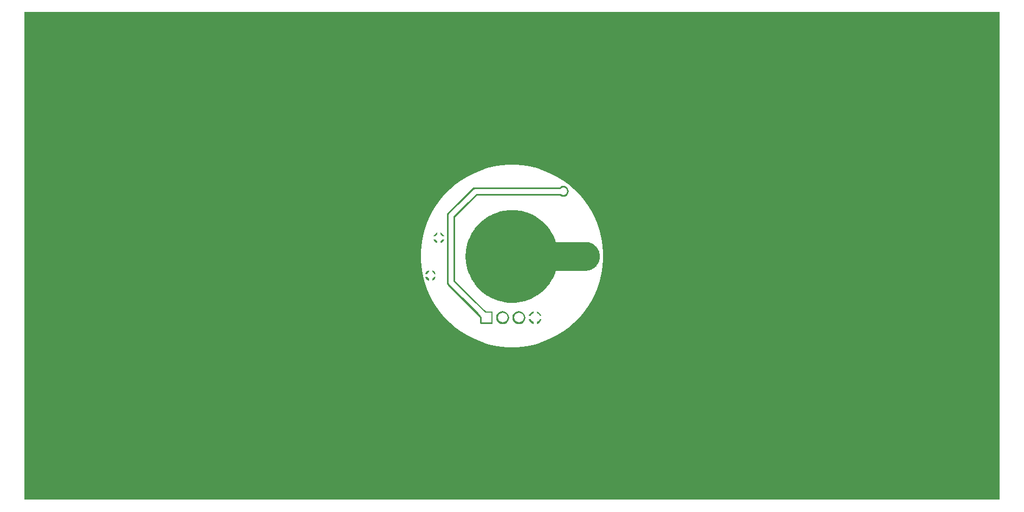
<source format=gbr>
%FSDAX33Y33*%
%MOMM*%
%SFA1B1*%

%IPPOS*%
%AMD1002*
%
%ADD29C,0.750001*%
%ADD31C,1.500000*%
%ADD32R,1.500000X1.500000*%
%ADD33C,1.200000*%
%LNbottom-1*%
%LPD*%
G36*
X152400Y076200D02*
X000000D01*
Y000000*
X152400*
Y076200*
G37*
%LNbottom-2*%
%LPC*%
G36*
X074525Y052255D02*
X073419Y052080D01*
X072331Y051818*
X071266Y051472*
X070232Y051044*
X069235Y050536*
X068281Y049951*
X067375Y049293*
X066524Y048566*
X065733Y047775*
X065006Y046924*
X064348Y046018*
X063763Y045064*
X063255Y044067*
X062827Y043033*
X062481Y041968*
X062219Y040880*
X062044Y039774*
X061957Y038659*
Y038099*
Y037539*
X062044Y036423*
X062219Y035318*
X062481Y034230*
X062827Y033165*
X063255Y032131*
X063763Y031134*
X064348Y030179*
X065006Y029274*
X065733Y028423*
X066524Y027631*
X067375Y026905*
X068281Y026247*
X069235Y025662*
X070232Y025154*
X071266Y024725*
X072331Y024380*
X073419Y024118*
X074525Y023943*
X075640Y023855*
X076760*
X077876Y023943*
X078981Y024118*
X080069Y024380*
X081134Y024725*
X082168Y025154*
X083165Y025662*
X084119Y026247*
X085025Y026905*
X085876Y027631*
X086668Y028423*
X087394Y029274*
X088052Y030180*
X088637Y031134*
X089145Y032131*
X089574Y033165*
X089919Y034230*
X090181Y035318*
X090356Y036423*
X090444Y037539*
Y038099*
Y038659*
X090356Y039774*
X090181Y040880*
X089919Y041968*
X089574Y043033*
X089145Y044067*
X088637Y045064*
X088052Y046018*
X087394Y046924*
X086668Y047775*
X085876Y048566*
X085025Y049293*
X084119Y049951*
X083165Y050536*
X082168Y051044*
X081134Y051472*
X080069Y051818*
X078981Y052080*
X077876Y052255*
X076760Y052342*
X075640*
X074525Y052255*
G37*
%LNbottom-3*%
%LPD*%
G36*
X080052Y029433D02*
X080064Y029431D01*
X080308Y029330*
X080518Y029169*
X080679Y028959*
X080780Y028715*
X080782Y028703*
X080052*
Y029433*
G37*
G36*
Y028203D02*
X080782D01*
X080780Y028191*
X080679Y027947*
X080518Y027737*
X080308Y027576*
X080064Y027475*
X080052Y027473*
Y028203*
G37*
G36*
X063712Y034803D02*
X064283D01*
X064208Y034622*
X064071Y034444*
X063893Y034307*
X063712Y034232*
Y034803*
G37*
G36*
X079552Y029433D02*
Y028703D01*
X078822*
X078824Y028715*
X078925Y028959*
X079086Y029169*
X079296Y029330*
X079540Y029431*
X079552Y029433*
G37*
G36*
X074722Y029466D02*
X074984Y029431D01*
X075228Y029330*
X075438Y029169*
X075599Y028959*
X075700Y028715*
X075735Y028453*
X075700Y028191*
X075599Y027947*
X075438Y027737*
X075228Y027576*
X074984Y027475*
X074722Y027440*
X074460Y027475*
X074216Y027576*
X074006Y027737*
X073845Y027947*
X073744Y028191*
X073709Y028453*
X073744Y028715*
X073845Y028959*
X074006Y029169*
X074216Y029330*
X074460Y029431*
X074722Y029466*
G37*
G36*
X077262D02*
X077524Y029431D01*
X077768Y029330*
X077978Y029169*
X078139Y028959*
X078240Y028715*
X078275Y028453*
X078240Y028191*
X078139Y027947*
X077978Y027737*
X077768Y027576*
X077524Y027475*
X077262Y027440*
X077000Y027475*
X076756Y027576*
X076546Y027737*
X076385Y027947*
X076284Y028191*
X076249Y028453*
X076284Y028715*
X076385Y028959*
X076546Y029169*
X076756Y029330*
X077000Y029431*
X077262Y029466*
G37*
G36*
X078822Y028203D02*
X079552D01*
Y027473*
X079540Y027475*
X079296Y027576*
X079086Y027737*
X078925Y027947*
X078824Y028191*
X078822Y028203*
G37*
G36*
X084212Y049064D02*
X084435Y049035D01*
X084643Y048949*
X084821Y048812*
X084958Y048634*
X085044Y048426*
X085073Y048203*
X085044Y047980*
X084958Y047772*
X084821Y047594*
X084643Y047457*
X084435Y047371*
X084212Y047342*
X083989Y047371*
X083781Y047457*
X083645Y047562*
X070678*
X067303Y044187*
Y034239*
X071762Y029780*
X071902Y029650*
X072021Y029555*
X072126Y029481*
X072160Y029462*
X072932*
X073031Y029442*
X073115Y029386*
X073171Y029302*
X073191Y029203*
Y027703*
X073171Y027604*
X073115Y027520*
X073031Y027464*
X072932Y027444*
X071432*
X071333Y027464*
X071249Y027520*
X071193Y027604*
X071173Y027703*
Y028475*
X071154Y028508*
X071082Y028611*
X070892Y028836*
X066209Y033519*
X066070Y033727*
X066021Y033973*
Y044453*
X066070Y044698*
X066209Y044906*
X069959Y048656*
X070167Y048795*
X070412Y048844*
X083645*
X083781Y048949*
X083989Y049035*
X084212Y049064*
G37*
G36*
X075859Y045287D02*
X076680Y045279D01*
X076728Y045272*
X076776Y045272*
X077590Y045160*
X077636Y045147*
X077683Y045141*
X078477Y044927*
X078521Y044909*
X078567Y044897*
X079327Y044585*
X079369Y044561*
X079413Y044543*
X080128Y044138*
X080166Y044109*
X080208Y044085*
X080865Y043593*
X080900Y043560*
X080938Y043531*
X081529Y042960*
X081558Y042923*
X081593Y042889*
X082107Y042248*
X082131Y042207*
X082162Y042170*
X082590Y041469*
X082610Y041426*
X082635Y041385*
X082972Y040636*
X082986Y040590*
X083005Y040546*
X083082Y040296*
X087697*
X087736Y040291*
X087776Y040292*
X088088Y040259*
X088165Y040241*
X088243Y040226*
X088541Y040129*
X088612Y040095*
X088685Y040065*
X088957Y039908*
X089020Y039860*
X089085Y039815*
X089318Y039605*
X089369Y039545*
X089424Y039488*
X089608Y039234*
X089646Y039165*
X089687Y039097*
X089815Y038811*
X089837Y038735*
X089864Y038660*
X089929Y038354*
X089935Y038275*
X089945Y038196*
Y037883*
X089935Y037804*
X089929Y037726*
X089864Y037419*
X089837Y037344*
X089815Y037268*
X089687Y036982*
X089646Y036914*
X089608Y036845*
X089424Y036591*
X089369Y036534*
X089318Y036474*
X089085Y036264*
X089020Y036219*
X088957Y036171*
X088685Y036014*
X088612Y035984*
X088541Y035950*
X088243Y035853*
X088165Y035838*
X088088Y035820*
X087776Y035787*
X087736Y035788*
X087697Y035783*
X083082*
X083005Y035533*
X082986Y035489*
X082972Y035444*
X082635Y034694*
X082610Y034654*
X082590Y034610*
X082162Y033909*
X082131Y033872*
X082107Y033831*
X081593Y033190*
X081558Y033157*
X081529Y033119*
X080938Y032548*
X080900Y032519*
X080865Y032486*
X080208Y031994*
X080166Y031970*
X080128Y031941*
X079413Y031536*
X079369Y031518*
X079327Y031494*
X078567Y031182*
X078521Y031170*
X078477Y031152*
X077683Y030938*
X077636Y030932*
X077590Y030919*
X076776Y030808*
X076728Y030807*
X076680Y030801*
X075859Y030792*
X075811Y030798*
X075764Y030797*
X074948Y030893*
X074901Y030905*
X074854Y030910*
X074056Y031108*
X074012Y031125*
X073965Y031136*
X073199Y031433*
X073157Y031456*
X073112Y031473*
X072390Y031864*
X072351Y031892*
X072308Y031915*
X071641Y032393*
X071606Y032426*
X071567Y032454*
X070965Y033013*
X070935Y033050*
X070899Y033082*
X070373Y033713*
X070347Y033754*
X070317Y033790*
X069874Y034482*
X069854Y034526*
X069828Y034566*
X069476Y035308*
X069461Y035354*
X069440Y035397*
X069185Y036178*
X069176Y036225*
X069161Y036270*
X069006Y037077*
X069003Y037125*
X068994Y037172*
X068942Y037992*
X068945Y038040*
X068942Y038087*
X068994Y038907*
X069003Y038954*
X069006Y039002*
X069161Y039809*
X069176Y039854*
X069185Y039901*
X069440Y040682*
X069461Y040725*
X069476Y040771*
X069828Y041513*
X069854Y041553*
X069874Y041597*
X070317Y042289*
X070347Y042326*
X070373Y042366*
X070899Y042997*
X070935Y043029*
X070965Y043066*
X071567Y043625*
X071606Y043653*
X071641Y043686*
X072308Y044165*
X072351Y044187*
X072390Y044215*
X073112Y044606*
X073157Y044623*
X073199Y044646*
X073965Y044943*
X074012Y044954*
X074056Y044972*
X074854Y045169*
X074901Y045175*
X074948Y045186*
X075763Y045282*
X075811Y045281*
X075859Y045287*
G37*
G36*
X063941Y040703D02*
X064512D01*
Y040132*
X064331Y040207*
X064153Y040344*
X064016Y040522*
X063941Y040703*
G37*
G36*
X064512Y041774D02*
Y041203D01*
X063941*
X064016Y041384*
X064153Y041562*
X064331Y041699*
X064512Y041774*
G37*
G36*
X065012D02*
X065193Y041699D01*
X065371Y041562*
X065508Y041384*
X065583Y041203*
X065012*
Y041774*
G37*
G36*
X063712Y035874D02*
X063893Y035799D01*
X064071Y035662*
X064208Y035484*
X064283Y035303*
X063712*
Y035874*
G37*
G36*
X062641Y034803D02*
X063212D01*
Y034232*
X063031Y034307*
X062853Y034444*
X062716Y034622*
X062641Y034803*
G37*
G36*
X065012Y040703D02*
X065583D01*
X065508Y040522*
X065371Y040344*
X065193Y040207*
X065012Y040132*
Y040703*
G37*
G36*
X063212Y035874D02*
Y035303D01*
X062641*
X062716Y035484*
X062853Y035662*
X063031Y035799*
X063212Y035874*
G37*
%LNbottom-4*%
%LPC*%
G54D29*
X084212Y048203D02*
X070412D01*
X072182Y028453D02*
X066662Y033973D01*
X070412Y048203D02*
X066662Y044453D01*
Y033973D02*
Y044453D01*
G54D31*
X079802Y028453D03*
X077262D03*
X074722D03*
G54D32*
X072182Y028453D03*
G36*
X070905Y029200D02*
X071054Y029046D01*
X071288Y028769*
X071373Y028647*
X071437Y028536*
X071480Y028435*
X071501Y028345*
X071501Y028266*
X071481Y028197*
X071438Y028139*
X072496Y029197*
X072438Y029154*
X072369Y029134*
X072290Y029134*
X072200Y029155*
X072099Y029198*
X071988Y029262*
X071866Y029347*
X071733Y029454*
X071435Y029730*
X070905Y029200*
G37*
G54D33*
X084212Y048203D03*
X064762Y040953D03*
X063462Y035053D03*
M02*
</source>
